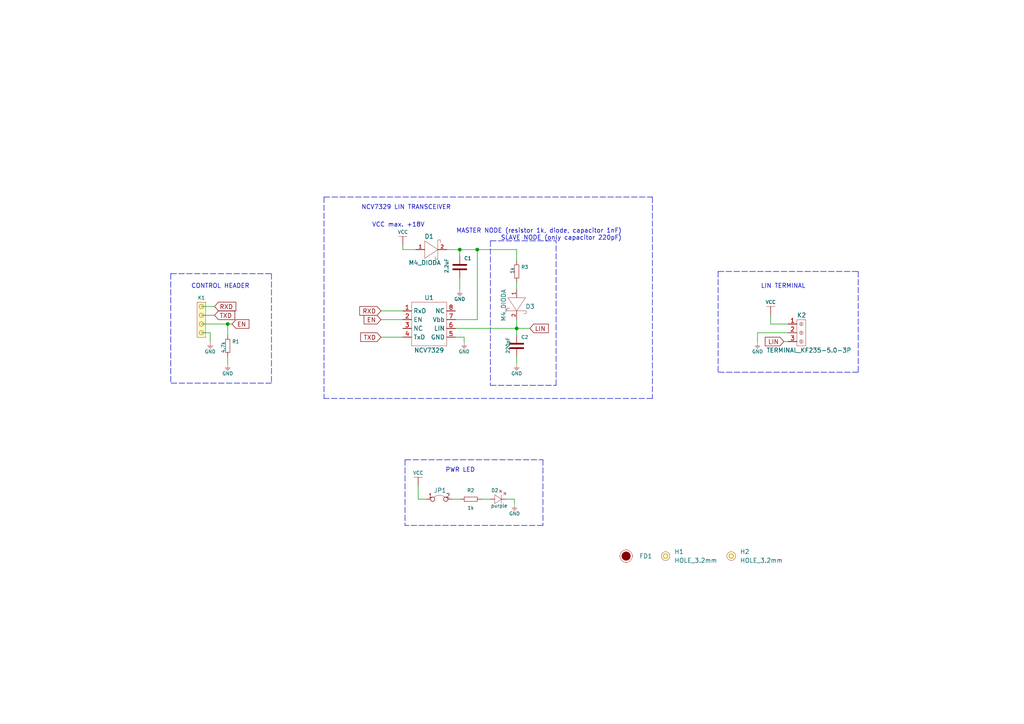
<source format=kicad_sch>
(kicad_sch (version 20210621) (generator eeschema)

  (uuid 76e213fa-eed6-4aa1-8abf-d226fe335ff2)

  (paper "A4")

  (lib_symbols
    (symbol "e-radionica.com schematics:0402LED" (pin_numbers hide) (pin_names (offset 0.254) hide) (in_bom yes) (on_board yes)
      (property "Reference" "D" (id 0) (at -0.635 2.54 0)
        (effects (font (size 1 1)))
      )
      (property "Value" "0402LED" (id 1) (at 0 -2.54 0)
        (effects (font (size 1 1)))
      )
      (property "Footprint" "e-radionica.com footprinti:0402LED" (id 2) (at 0 5.08 0)
        (effects (font (size 1 1)) hide)
      )
      (property "Datasheet" "" (id 3) (at 0 0 0)
        (effects (font (size 1 1)) hide)
      )
      (symbol "0402LED_0_1"
        (polyline
          (pts
            (xy -0.635 1.27)
            (xy 1.27 0)
          )
          (stroke (width 0.0006)) (fill (type none))
        )
        (polyline
          (pts
            (xy 0.635 1.905)
            (xy 1.27 2.54)
          )
          (stroke (width 0.0006)) (fill (type none))
        )
        (polyline
          (pts
            (xy 1.27 1.27)
            (xy 1.27 -1.27)
          )
          (stroke (width 0.0006)) (fill (type none))
        )
        (polyline
          (pts
            (xy 1.905 1.27)
            (xy 2.54 1.905)
          )
          (stroke (width 0.0006)) (fill (type none))
        )
        (polyline
          (pts
            (xy -0.635 1.27)
            (xy -0.635 -1.27)
            (xy 1.27 0)
          )
          (stroke (width 0.0006)) (fill (type none))
        )
        (polyline
          (pts
            (xy 1.27 2.54)
            (xy 0.635 2.54)
            (xy 1.27 1.905)
            (xy 1.27 2.54)
          )
          (stroke (width 0.0006)) (fill (type none))
        )
        (polyline
          (pts
            (xy 2.54 1.905)
            (xy 1.905 1.905)
            (xy 2.54 1.27)
            (xy 2.54 1.905)
          )
          (stroke (width 0.0006)) (fill (type none))
        )
      )
      (symbol "0402LED_1_1"
        (pin passive line (at -1.905 0 0) (length 1.27)
          (name "A" (effects (font (size 1.27 1.27))))
          (number "1" (effects (font (size 1.27 1.27))))
        )
        (pin passive line (at 2.54 0 180) (length 1.27)
          (name "K" (effects (font (size 1.27 1.27))))
          (number "2" (effects (font (size 1.27 1.27))))
        )
      )
    )
    (symbol "e-radionica.com schematics:0402R" (pin_numbers hide) (pin_names (offset 0.254)) (in_bom yes) (on_board yes)
      (property "Reference" "R" (id 0) (at -1.905 1.27 0)
        (effects (font (size 1 1)))
      )
      (property "Value" "0402R" (id 1) (at 0 -1.27 0)
        (effects (font (size 1 1)))
      )
      (property "Footprint" "e-radionica.com footprinti:0402R" (id 2) (at -2.54 1.905 0)
        (effects (font (size 1 1)) hide)
      )
      (property "Datasheet" "" (id 3) (at -2.54 1.905 0)
        (effects (font (size 1 1)) hide)
      )
      (symbol "0402R_0_1"
        (rectangle (start -1.905 -0.635) (end 1.905 -0.6604)
          (stroke (width 0.1)) (fill (type none))
        )
        (rectangle (start -1.905 0.635) (end -1.8796 -0.635)
          (stroke (width 0.1)) (fill (type none))
        )
        (rectangle (start -1.905 0.635) (end 1.905 0.6096)
          (stroke (width 0.1)) (fill (type none))
        )
        (rectangle (start 1.905 0.635) (end 1.9304 -0.635)
          (stroke (width 0.1)) (fill (type none))
        )
      )
      (symbol "0402R_1_1"
        (pin passive line (at -3.175 0 0) (length 1.27)
          (name "~" (effects (font (size 1.27 1.27))))
          (number "1" (effects (font (size 1.27 1.27))))
        )
        (pin passive line (at 3.175 0 180) (length 1.27)
          (name "~" (effects (font (size 1.27 1.27))))
          (number "2" (effects (font (size 1.27 1.27))))
        )
      )
    )
    (symbol "e-radionica.com schematics:0603C" (pin_numbers hide) (pin_names (offset 0.002)) (in_bom yes) (on_board yes)
      (property "Reference" "C" (id 0) (at -0.635 3.175 0)
        (effects (font (size 1 1)))
      )
      (property "Value" "0603C" (id 1) (at 0 -3.175 0)
        (effects (font (size 1 1)))
      )
      (property "Footprint" "e-radionica.com footprinti:0603C" (id 2) (at 0 0 0)
        (effects (font (size 1 1)) hide)
      )
      (property "Datasheet" "" (id 3) (at 0 0 0)
        (effects (font (size 1 1)) hide)
      )
      (symbol "0603C_0_1"
        (polyline
          (pts
            (xy -0.635 1.905)
            (xy -0.635 -1.905)
          )
          (stroke (width 0.5)) (fill (type none))
        )
        (polyline
          (pts
            (xy 0.635 1.905)
            (xy 0.635 -1.905)
          )
          (stroke (width 0.5)) (fill (type none))
        )
      )
      (symbol "0603C_1_1"
        (pin passive line (at -3.175 0 0) (length 2.54)
          (name "~" (effects (font (size 1.27 1.27))))
          (number "1" (effects (font (size 1.27 1.27))))
        )
        (pin passive line (at 3.175 0 180) (length 2.54)
          (name "~" (effects (font (size 1.27 1.27))))
          (number "2" (effects (font (size 1.27 1.27))))
        )
      )
    )
    (symbol "e-radionica.com schematics:0603R" (pin_numbers hide) (pin_names (offset 0.254)) (in_bom yes) (on_board yes)
      (property "Reference" "R" (id 0) (at -1.905 1.905 0)
        (effects (font (size 1 1)))
      )
      (property "Value" "0603R" (id 1) (at 0 -1.905 0)
        (effects (font (size 1 1)))
      )
      (property "Footprint" "e-radionica.com footprinti:0603R" (id 2) (at -0.635 1.905 0)
        (effects (font (size 1 1)) hide)
      )
      (property "Datasheet" "" (id 3) (at -0.635 1.905 0)
        (effects (font (size 1 1)) hide)
      )
      (symbol "0603R_0_1"
        (rectangle (start -1.905 -0.635) (end 1.905 -0.6604)
          (stroke (width 0.1)) (fill (type none))
        )
        (rectangle (start -1.905 0.635) (end -1.8796 -0.635)
          (stroke (width 0.1)) (fill (type none))
        )
        (rectangle (start -1.905 0.635) (end 1.905 0.6096)
          (stroke (width 0.1)) (fill (type none))
        )
        (rectangle (start 1.905 0.635) (end 1.9304 -0.635)
          (stroke (width 0.1)) (fill (type none))
        )
      )
      (symbol "0603R_1_1"
        (pin passive line (at -3.175 0 0) (length 1.27)
          (name "~" (effects (font (size 1.27 1.27))))
          (number "1" (effects (font (size 1.27 1.27))))
        )
        (pin passive line (at 3.175 0 180) (length 1.27)
          (name "~" (effects (font (size 1.27 1.27))))
          (number "2" (effects (font (size 1.27 1.27))))
        )
      )
    )
    (symbol "e-radionica.com schematics:Fiducial_Stencil" (pin_numbers hide) (pin_names hide) (in_bom yes) (on_board yes)
      (property "Reference" "FD?" (id 0) (at 0 3.048 0)
        (effects (font (size 1.27 1.27)))
      )
      (property "Value" "Fiducial_Stencil" (id 1) (at 0 -2.794 0)
        (effects (font (size 1.27 1.27)) hide)
      )
      (property "Footprint" "e-radionica.com footprinti:FIDUCIAL_1MM_PASTE" (id 2) (at 0 -6.35 0)
        (effects (font (size 1.27 1.27)) hide)
      )
      (property "Datasheet" "" (id 3) (at 0 0 0)
        (effects (font (size 1.27 1.27)) hide)
      )
      (symbol "Fiducial_Stencil_0_1"
        (circle (center 0 0) (radius 1.7961) (stroke (width 0.0006)) (fill (type none)))
        (circle (center 0 0) (radius 1.27) (stroke (width 0.001)) (fill (type outline)))
        (polyline
          (pts
            (xy -1.778 0)
            (xy -2.032 0)
          )
          (stroke (width 0.0006)) (fill (type none))
        )
        (polyline
          (pts
            (xy 0 -1.778)
            (xy 0 -2.032)
          )
          (stroke (width 0.0006)) (fill (type none))
        )
        (polyline
          (pts
            (xy 0 1.778)
            (xy 0 2.032)
          )
          (stroke (width 0.0006)) (fill (type none))
        )
        (polyline
          (pts
            (xy 1.778 0)
            (xy 2.032 0)
          )
          (stroke (width 0.0006)) (fill (type none))
        )
      )
    )
    (symbol "e-radionica.com schematics:GND_3" (power) (pin_names (offset 0)) (in_bom yes) (on_board yes)
      (property "Reference" "#PWR" (id 0) (at 4.445 0 0)
        (effects (font (size 1 1)) hide)
      )
      (property "Value" "GND" (id 1) (at 0 -2.921 0)
        (effects (font (size 1 1)))
      )
      (property "Footprint" "" (id 2) (at 4.445 3.81 0)
        (effects (font (size 1 1)) hide)
      )
      (property "Datasheet" "" (id 3) (at 4.445 3.81 0)
        (effects (font (size 1 1)) hide)
      )
      (property "ki_keywords" "power-flag" (id 4) (at 0 0 0)
        (effects (font (size 1.27 1.27)) hide)
      )
      (property "ki_description" "Power symbol creates a global label with name \"+3V3\"" (id 5) (at 0 0 0)
        (effects (font (size 1.27 1.27)) hide)
      )
      (symbol "GND_3_0_1"
        (polyline
          (pts
            (xy -0.762 -1.27)
            (xy 0.762 -1.27)
          )
          (stroke (width 0.0006)) (fill (type none))
        )
        (polyline
          (pts
            (xy -0.635 -1.524)
            (xy 0.635 -1.524)
          )
          (stroke (width 0.0006)) (fill (type none))
        )
        (polyline
          (pts
            (xy -0.381 -1.778)
            (xy 0.381 -1.778)
          )
          (stroke (width 0.0006)) (fill (type none))
        )
        (polyline
          (pts
            (xy -0.127 -2.032)
            (xy 0.127 -2.032)
          )
          (stroke (width 0.0006)) (fill (type none))
        )
        (polyline
          (pts
            (xy 0 0)
            (xy 0 -1.27)
          )
          (stroke (width 0.0006)) (fill (type none))
        )
      )
      (symbol "GND_3_1_1"
        (pin power_in line (at 0 0 270) (length 0) hide
          (name "GND" (effects (font (size 1.27 1.27))))
          (number "1" (effects (font (size 1.27 1.27))))
        )
      )
    )
    (symbol "e-radionica.com schematics:HEADER_MALE_4X1" (pin_numbers hide) (pin_names hide) (in_bom yes) (on_board yes)
      (property "Reference" "K" (id 0) (at -0.635 7.62 0)
        (effects (font (size 1 1)))
      )
      (property "Value" "HEADER_MALE_4X1" (id 1) (at 0 -5.08 0)
        (effects (font (size 1 1)))
      )
      (property "Footprint" "e-radionica.com footprinti:HEADER_MALE_4X1" (id 2) (at 0 -2.54 0)
        (effects (font (size 1 1)) hide)
      )
      (property "Datasheet" "" (id 3) (at 0 -2.54 0)
        (effects (font (size 1 1)) hide)
      )
      (symbol "HEADER_MALE_4X1_0_1"
        (circle (center 0 -2.54) (radius 0.635) (stroke (width 0.0006)) (fill (type none)))
        (circle (center 0 0) (radius 0.635) (stroke (width 0.0006)) (fill (type none)))
        (circle (center 0 2.54) (radius 0.635) (stroke (width 0.0006)) (fill (type none)))
        (circle (center 0 5.08) (radius 0.635) (stroke (width 0.0006)) (fill (type none)))
        (rectangle (start 1.27 -3.81) (end -1.27 6.35)
          (stroke (width 0.001)) (fill (type background))
        )
      )
      (symbol "HEADER_MALE_4X1_1_1"
        (pin passive line (at 0 -2.54 180) (length 0)
          (name "~" (effects (font (size 1 1))))
          (number "1" (effects (font (size 1 1))))
        )
        (pin passive line (at 0 0 180) (length 0)
          (name "~" (effects (font (size 1 1))))
          (number "2" (effects (font (size 1 1))))
        )
        (pin passive line (at 0 2.54 180) (length 0)
          (name "~" (effects (font (size 1 1))))
          (number "3" (effects (font (size 1 1))))
        )
        (pin passive line (at 0 5.08 180) (length 0)
          (name "~" (effects (font (size 1 1))))
          (number "4" (effects (font (size 1 1))))
        )
      )
    )
    (symbol "e-radionica.com schematics:HOLE_3.2mm" (pin_numbers hide) (pin_names hide) (in_bom yes) (on_board yes)
      (property "Reference" "H" (id 0) (at 0 2.54 0)
        (effects (font (size 1.27 1.27)))
      )
      (property "Value" "HOLE_3.2mm" (id 1) (at 0 -2.54 0)
        (effects (font (size 1.27 1.27)))
      )
      (property "Footprint" "e-radionica.com footprinti:HOLE_3.2mm" (id 2) (at 0 0 0)
        (effects (font (size 1.27 1.27)) hide)
      )
      (property "Datasheet" "" (id 3) (at 0 0 0)
        (effects (font (size 1.27 1.27)) hide)
      )
      (symbol "HOLE_3.2mm_0_1"
        (circle (center 0 0) (radius 0.635) (stroke (width 0.0006)) (fill (type none)))
        (circle (center 0 0) (radius 1.27) (stroke (width 0.001)) (fill (type background)))
      )
    )
    (symbol "e-radionica.com schematics:M4_DIODA" (pin_names hide) (in_bom yes) (on_board yes)
      (property "Reference" "D" (id 0) (at 0 3.81 0)
        (effects (font (size 1.27 1.27)))
      )
      (property "Value" "M4_DIODA" (id 1) (at 0 -4.572 0)
        (effects (font (size 1.27 1.27)))
      )
      (property "Footprint" "e-radionica.com footprinti:M4_DIODA" (id 2) (at 0 -6.35 0)
        (effects (font (size 1.27 1.27)) hide)
      )
      (property "Datasheet" "" (id 3) (at 0 0 0)
        (effects (font (size 1.27 1.27)) hide)
      )
      (symbol "M4_DIODA_0_1"
        (polyline
          (pts
            (xy -2.54 2.54)
            (xy -2.54 -2.54)
            (xy 1.27 0)
            (xy -2.54 2.54)
          )
          (stroke (width 0.0006)) (fill (type none))
        )
        (polyline
          (pts
            (xy 1.27 2.794)
            (xy 1.27 -2.794)
            (xy 0.508 -2.794)
            (xy 0.508 -2.032)
          )
          (stroke (width 0.0006)) (fill (type none))
        )
        (polyline
          (pts
            (xy 1.27 2.794)
            (xy 2.032 2.794)
            (xy 2.032 2.032)
            (xy 2.032 2.54)
          )
          (stroke (width 0.0006)) (fill (type none))
        )
      )
      (symbol "M4_DIODA_1_1"
        (pin passive line (at -5.08 0 0) (length 2.54)
          (name "A" (effects (font (size 1 1))))
          (number "1" (effects (font (size 1 1))))
        )
        (pin passive line (at 3.81 0 180) (length 2.54)
          (name "K" (effects (font (size 1 1))))
          (number "2" (effects (font (size 1 1))))
        )
      )
    )
    (symbol "e-radionica.com schematics:NCV7329" (in_bom yes) (on_board yes)
      (property "Reference" "U" (id 0) (at 0 7.62 0)
        (effects (font (size 1.27 1.27)))
      )
      (property "Value" "NCV7329" (id 1) (at 0 -7.62 0)
        (effects (font (size 1.27 1.27)))
      )
      (property "Footprint" "e-radionica.com footprinti:SOIC−8" (id 2) (at 0 -5.08 0)
        (effects (font (size 1.27 1.27)) hide)
      )
      (property "Datasheet" "" (id 3) (at 0 -5.08 0)
        (effects (font (size 1.27 1.27)) hide)
      )
      (symbol "NCV7329_0_1"
        (rectangle (start -5.08 6.35) (end 5.08 -6.35)
          (stroke (width 0.0006)) (fill (type none))
        )
      )
      (symbol "NCV7329_1_1"
        (pin passive line (at -7.62 3.81 0) (length 2.54)
          (name "RxD" (effects (font (size 1.27 1.27))))
          (number "1" (effects (font (size 1.27 1.27))))
        )
        (pin passive line (at -7.62 1.27 0) (length 2.54)
          (name "EN" (effects (font (size 1.27 1.27))))
          (number "2" (effects (font (size 1.27 1.27))))
        )
        (pin passive line (at -7.62 -1.27 0) (length 2.54)
          (name "NC" (effects (font (size 1.27 1.27))))
          (number "3" (effects (font (size 1.27 1.27))))
        )
        (pin passive line (at -7.62 -3.81 0) (length 2.54)
          (name "TxD" (effects (font (size 1.27 1.27))))
          (number "4" (effects (font (size 1.27 1.27))))
        )
        (pin passive line (at 7.62 -3.81 180) (length 2.54)
          (name "GND" (effects (font (size 1.27 1.27))))
          (number "5" (effects (font (size 1.27 1.27))))
        )
        (pin passive line (at 7.62 -1.27 180) (length 2.54)
          (name "LIN" (effects (font (size 1.27 1.27))))
          (number "6" (effects (font (size 1.27 1.27))))
        )
        (pin passive line (at 7.62 1.27 180) (length 2.54)
          (name "Vbb" (effects (font (size 1.27 1.27))))
          (number "7" (effects (font (size 1.27 1.27))))
        )
        (pin passive line (at 7.62 3.81 180) (length 2.54)
          (name "NC" (effects (font (size 1.27 1.27))))
          (number "8" (effects (font (size 1.27 1.27))))
        )
      )
    )
    (symbol "e-radionica.com schematics:SMD-JUMPER-CONNECTED_TRACE_NOSLODERMASK" (in_bom yes) (on_board yes)
      (property "Reference" "JP" (id 0) (at 0 3.556 0)
        (effects (font (size 1.27 1.27)))
      )
      (property "Value" "SMD-JUMPER-CONNECTED_TRACE_NOSLODERMASK" (id 1) (at 0 -2.54 0)
        (effects (font (size 1.27 1.27)))
      )
      (property "Footprint" "e-radionica.com footprinti:SMD-JUMPER-CONNECTED_TRACE_NOSLODERMASK" (id 2) (at 0 0 0)
        (effects (font (size 1.27 1.27)) hide)
      )
      (property "Datasheet" "" (id 3) (at 0 0 0)
        (effects (font (size 1.27 1.27)) hide)
      )
      (symbol "SMD-JUMPER-CONNECTED_TRACE_NOSLODERMASK_0_1"
        (arc (start -1.8034 0.5588) (end 1.397 0.5842) (radius (at -0.1875 -1.4124) (length 2.5489) (angles 129.3 51.6))
          (stroke (width 0.0006)) (fill (type none))
        )
      )
      (symbol "SMD-JUMPER-CONNECTED_TRACE_NOSLODERMASK_1_1"
        (pin passive inverted (at -4.064 0 0) (length 2.54)
          (name "" (effects (font (size 1.27 1.27))))
          (number "1" (effects (font (size 1.27 1.27))))
        )
        (pin passive inverted (at 3.556 0 180) (length 2.54)
          (name "" (effects (font (size 1.27 1.27))))
          (number "2" (effects (font (size 1.27 1.27))))
        )
      )
    )
    (symbol "e-radionica.com schematics:TERMINAL_KF235-5.0-3P" (in_bom yes) (on_board yes)
      (property "Reference" "K" (id 0) (at 0 5.08 0)
        (effects (font (size 1.27 1.27)))
      )
      (property "Value" "TERMINAL_KF235-5.0-3P" (id 1) (at 0 -5.08 0)
        (effects (font (size 1.27 1.27)))
      )
      (property "Footprint" "e-radionica.com footprinti:TERMINAL_KF235-5.0-3P" (id 2) (at 0 -7.62 0)
        (effects (font (size 1.27 1.27)) hide)
      )
      (property "Datasheet" "" (id 3) (at 0 0 0)
        (effects (font (size 1.27 1.27)) hide)
      )
      (symbol "TERMINAL_KF235-5.0-3P_0_1"
        (circle (center 0 -2.54) (radius 0.508) (stroke (width 0.0006)) (fill (type none)))
        (circle (center 0 0) (radius 0.508) (stroke (width 0.0006)) (fill (type none)))
        (circle (center 0 2.54) (radius 0.508) (stroke (width 0.0006)) (fill (type none)))
        (rectangle (start -1.27 3.81) (end 1.27 -3.81)
          (stroke (width 0.0006)) (fill (type none))
        )
        (polyline
          (pts
            (xy -0.254 -2.54)
            (xy 0.254 -2.54)
          )
          (stroke (width 0.0006)) (fill (type none))
        )
        (polyline
          (pts
            (xy -0.254 0)
            (xy 0.254 0)
          )
          (stroke (width 0.0006)) (fill (type none))
        )
        (polyline
          (pts
            (xy -0.254 2.54)
            (xy 0.254 2.54)
          )
          (stroke (width 0.0006)) (fill (type none))
        )
        (polyline
          (pts
            (xy 0 -2.032)
            (xy 0 -3.048)
          )
          (stroke (width 0.0006)) (fill (type none))
        )
        (polyline
          (pts
            (xy 0 0.508)
            (xy 0 -0.508)
          )
          (stroke (width 0.0006)) (fill (type none))
        )
        (polyline
          (pts
            (xy 0 3.048)
            (xy 0 2.032)
          )
          (stroke (width 0.0006)) (fill (type none))
        )
      )
      (symbol "TERMINAL_KF235-5.0-3P_1_1"
        (pin input line (at -3.81 2.54 0) (length 2.54)
          (name "~" (effects (font (size 1.27 1.27))))
          (number "1" (effects (font (size 1.27 1.27))))
        )
        (pin input line (at -3.81 0 0) (length 2.54)
          (name "~" (effects (font (size 1.27 1.27))))
          (number "2" (effects (font (size 1.27 1.27))))
        )
        (pin input line (at -3.81 -2.54 0) (length 2.54)
          (name "~" (effects (font (size 1.27 1.27))))
          (number "3" (effects (font (size 1.27 1.27))))
        )
      )
    )
    (symbol "e-radionica.com schematics:VCC" (power) (pin_names (offset 0)) (in_bom yes) (on_board yes)
      (property "Reference" "#PWR" (id 0) (at 4.445 0 0)
        (effects (font (size 1 1)) hide)
      )
      (property "Value" "VCC" (id 1) (at 0 3.556 0)
        (effects (font (size 1 1)))
      )
      (property "Footprint" "" (id 2) (at 4.445 3.81 0)
        (effects (font (size 1 1)) hide)
      )
      (property "Datasheet" "" (id 3) (at 4.445 3.81 0)
        (effects (font (size 1 1)) hide)
      )
      (property "ki_keywords" "power-flag" (id 4) (at 0 0 0)
        (effects (font (size 1.27 1.27)) hide)
      )
      (property "ki_description" "Power symbol creates a global label with name \"+3V3\"" (id 5) (at 0 0 0)
        (effects (font (size 1.27 1.27)) hide)
      )
      (symbol "VCC_0_1"
        (polyline
          (pts
            (xy -1.27 2.54)
            (xy 1.27 2.54)
          )
          (stroke (width 0.0006)) (fill (type none))
        )
        (polyline
          (pts
            (xy 0 0)
            (xy 0 2.54)
          )
          (stroke (width 0)) (fill (type none))
        )
      )
      (symbol "VCC_1_1"
        (pin power_in line (at 0 0 90) (length 0) hide
          (name "VCC" (effects (font (size 1.27 1.27))))
          (number "1" (effects (font (size 1.27 1.27))))
        )
      )
    )
  )

  (junction (at 66.04 93.98) (diameter 0.9144) (color 0 0 0 0))
  (junction (at 133.35 72.39) (diameter 0.9144) (color 0 0 0 0))
  (junction (at 138.43 72.39) (diameter 0.9144) (color 0 0 0 0))
  (junction (at 149.86 95.25) (diameter 0.9144) (color 0 0 0 0))

  (wire (pts (xy 58.42 88.9) (xy 62.23 88.9))
    (stroke (width 0) (type solid) (color 0 0 0 0))
    (uuid 6a775b72-965d-4302-8b11-35e9ad6c9ad0)
  )
  (wire (pts (xy 58.42 91.44) (xy 62.23 91.44))
    (stroke (width 0) (type solid) (color 0 0 0 0))
    (uuid 69bb6de3-dcd8-4af3-8aa6-fa27cefa55ca)
  )
  (wire (pts (xy 58.42 93.98) (xy 66.04 93.98))
    (stroke (width 0) (type solid) (color 0 0 0 0))
    (uuid ccfd4ed6-36ee-4304-acc8-2a7750d276b1)
  )
  (wire (pts (xy 58.42 96.52) (xy 60.96 96.52))
    (stroke (width 0) (type solid) (color 0 0 0 0))
    (uuid b60c5acf-7839-4d8d-9c1b-d219e58044ee)
  )
  (wire (pts (xy 60.96 96.52) (xy 60.96 99.06))
    (stroke (width 0) (type solid) (color 0 0 0 0))
    (uuid b60c5acf-7839-4d8d-9c1b-d219e58044ee)
  )
  (wire (pts (xy 66.04 93.98) (xy 66.04 97.155))
    (stroke (width 0) (type solid) (color 0 0 0 0))
    (uuid 06fb5969-6c78-40ee-a0c8-761f30697971)
  )
  (wire (pts (xy 66.04 93.98) (xy 67.31 93.98))
    (stroke (width 0) (type solid) (color 0 0 0 0))
    (uuid ccfd4ed6-36ee-4304-acc8-2a7750d276b1)
  )
  (wire (pts (xy 66.04 103.505) (xy 66.04 105.41))
    (stroke (width 0) (type solid) (color 0 0 0 0))
    (uuid 2d086919-3634-4eca-9ac1-5234112016ae)
  )
  (wire (pts (xy 110.49 90.17) (xy 116.84 90.17))
    (stroke (width 0) (type solid) (color 0 0 0 0))
    (uuid 7f30784b-1f64-413d-8463-cf7b3c93f3e2)
  )
  (wire (pts (xy 110.49 92.71) (xy 116.84 92.71))
    (stroke (width 0) (type solid) (color 0 0 0 0))
    (uuid fd89b58e-86f5-4877-bc52-23a3a627b853)
  )
  (wire (pts (xy 110.49 97.79) (xy 116.84 97.79))
    (stroke (width 0) (type solid) (color 0 0 0 0))
    (uuid dff8eb2c-6aca-41f4-9ca3-481bff70ac5a)
  )
  (wire (pts (xy 116.84 72.39) (xy 116.84 71.12))
    (stroke (width 0) (type solid) (color 0 0 0 0))
    (uuid 8a4730f9-71ca-41ec-917d-8ec3eaba4564)
  )
  (wire (pts (xy 120.65 72.39) (xy 116.84 72.39))
    (stroke (width 0) (type solid) (color 0 0 0 0))
    (uuid 8a4730f9-71ca-41ec-917d-8ec3eaba4564)
  )
  (wire (pts (xy 121.285 140.97) (xy 121.285 144.78))
    (stroke (width 0) (type solid) (color 0 0 0 0))
    (uuid d135574b-3dd4-46b7-948d-8609eae83474)
  )
  (wire (pts (xy 123.571 144.78) (xy 121.285 144.78))
    (stroke (width 0) (type solid) (color 0 0 0 0))
    (uuid 50b05092-e69d-4444-85d6-64e5700df657)
  )
  (wire (pts (xy 131.191 144.78) (xy 133.35 144.78))
    (stroke (width 0) (type solid) (color 0 0 0 0))
    (uuid ae10e11d-3a72-4245-a4fc-13f370b3db38)
  )
  (wire (pts (xy 132.08 95.25) (xy 149.86 95.25))
    (stroke (width 0) (type solid) (color 0 0 0 0))
    (uuid 9e8b2346-c468-47e2-b53f-1e3e64503f68)
  )
  (wire (pts (xy 132.08 97.79) (xy 134.62 97.79))
    (stroke (width 0) (type solid) (color 0 0 0 0))
    (uuid 616833f0-50f4-4153-8dca-2f88b1181e2a)
  )
  (wire (pts (xy 133.35 72.39) (xy 129.54 72.39))
    (stroke (width 0) (type solid) (color 0 0 0 0))
    (uuid e25dde7a-de32-4f2a-bd42-b6952ccd1e27)
  )
  (wire (pts (xy 133.35 72.39) (xy 133.35 74.295))
    (stroke (width 0) (type solid) (color 0 0 0 0))
    (uuid 2d7ae0bd-0007-4297-8e05-32320efa073c)
  )
  (wire (pts (xy 133.35 80.645) (xy 133.35 83.82))
    (stroke (width 0) (type solid) (color 0 0 0 0))
    (uuid 304d1f9f-0ae6-4c09-a682-f1f13aaf4502)
  )
  (wire (pts (xy 134.62 97.79) (xy 134.62 99.06))
    (stroke (width 0) (type solid) (color 0 0 0 0))
    (uuid 616833f0-50f4-4153-8dca-2f88b1181e2a)
  )
  (wire (pts (xy 138.43 72.39) (xy 133.35 72.39))
    (stroke (width 0) (type solid) (color 0 0 0 0))
    (uuid e25dde7a-de32-4f2a-bd42-b6952ccd1e27)
  )
  (wire (pts (xy 138.43 72.39) (xy 138.43 92.71))
    (stroke (width 0) (type solid) (color 0 0 0 0))
    (uuid a44b84ea-f754-4a2e-894b-26be37b13950)
  )
  (wire (pts (xy 138.43 92.71) (xy 132.08 92.71))
    (stroke (width 0) (type solid) (color 0 0 0 0))
    (uuid a44b84ea-f754-4a2e-894b-26be37b13950)
  )
  (wire (pts (xy 139.7 144.78) (xy 142.24 144.78))
    (stroke (width 0) (type solid) (color 0 0 0 0))
    (uuid 3014cdde-82b5-4ef5-897d-cacb87f41049)
  )
  (wire (pts (xy 149.225 144.78) (xy 146.685 144.78))
    (stroke (width 0) (type solid) (color 0 0 0 0))
    (uuid 2061ba58-9d90-4ba6-997c-3e8ae190b022)
  )
  (wire (pts (xy 149.225 144.78) (xy 149.225 146.05))
    (stroke (width 0) (type solid) (color 0 0 0 0))
    (uuid 901a42df-7872-4d66-8df2-445fdaed839f)
  )
  (wire (pts (xy 149.86 72.39) (xy 138.43 72.39))
    (stroke (width 0) (type solid) (color 0 0 0 0))
    (uuid f2ebad95-3300-4965-948a-d403fd075032)
  )
  (wire (pts (xy 149.86 75.565) (xy 149.86 72.39))
    (stroke (width 0) (type solid) (color 0 0 0 0))
    (uuid f2ebad95-3300-4965-948a-d403fd075032)
  )
  (wire (pts (xy 149.86 81.915) (xy 149.86 83.82))
    (stroke (width 0) (type solid) (color 0 0 0 0))
    (uuid 47daae16-1a84-482c-9aff-6d9858b12418)
  )
  (wire (pts (xy 149.86 95.25) (xy 149.86 92.71))
    (stroke (width 0) (type solid) (color 0 0 0 0))
    (uuid 9e8b2346-c468-47e2-b53f-1e3e64503f68)
  )
  (wire (pts (xy 149.86 95.25) (xy 149.86 97.155))
    (stroke (width 0) (type solid) (color 0 0 0 0))
    (uuid f922bedf-ae3f-4c72-902f-1d2a8f06bc81)
  )
  (wire (pts (xy 149.86 95.25) (xy 153.67 95.25))
    (stroke (width 0) (type solid) (color 0 0 0 0))
    (uuid e3420765-e308-4b5e-a541-145178eb12fb)
  )
  (wire (pts (xy 149.86 103.505) (xy 149.86 105.41))
    (stroke (width 0) (type solid) (color 0 0 0 0))
    (uuid f0306d0c-ddb4-4546-8bd7-5e50baa9018c)
  )
  (wire (pts (xy 219.71 96.52) (xy 219.71 99.06))
    (stroke (width 0) (type solid) (color 0 0 0 0))
    (uuid 6abdc944-974a-491e-9ca7-a631e073f063)
  )
  (wire (pts (xy 219.71 96.52) (xy 228.6 96.52))
    (stroke (width 0) (type solid) (color 0 0 0 0))
    (uuid 6abdc944-974a-491e-9ca7-a631e073f063)
  )
  (wire (pts (xy 223.52 93.98) (xy 223.52 91.44))
    (stroke (width 0) (type solid) (color 0 0 0 0))
    (uuid bc6f2ef0-4821-448b-aef4-9dbd6bd154ff)
  )
  (wire (pts (xy 227.33 99.06) (xy 228.6 99.06))
    (stroke (width 0) (type solid) (color 0 0 0 0))
    (uuid fd4ecd03-990b-489d-a454-035bb3c20123)
  )
  (wire (pts (xy 228.6 93.98) (xy 223.52 93.98))
    (stroke (width 0) (type solid) (color 0 0 0 0))
    (uuid bc6f2ef0-4821-448b-aef4-9dbd6bd154ff)
  )
  (polyline (pts (xy 49.53 79.375) (xy 49.53 111.125))
    (stroke (width 0) (type dash) (color 0 0 0 0))
    (uuid 23440022-fa92-46ea-bf31-71f02f41c12a)
  )
  (polyline (pts (xy 49.53 79.375) (xy 78.74 79.375))
    (stroke (width 0) (type dash) (color 0 0 0 0))
    (uuid 23440022-fa92-46ea-bf31-71f02f41c12a)
  )
  (polyline (pts (xy 78.74 79.375) (xy 78.74 111.125))
    (stroke (width 0) (type dash) (color 0 0 0 0))
    (uuid 23440022-fa92-46ea-bf31-71f02f41c12a)
  )
  (polyline (pts (xy 78.74 111.125) (xy 49.53 111.125))
    (stroke (width 0) (type dash) (color 0 0 0 0))
    (uuid 23440022-fa92-46ea-bf31-71f02f41c12a)
  )
  (polyline (pts (xy 93.98 57.15) (xy 93.98 115.57))
    (stroke (width 0) (type dash) (color 0 0 0 0))
    (uuid 69d27d24-ae59-4de5-9fdc-3517e56e3790)
  )
  (polyline (pts (xy 93.98 57.15) (xy 189.23 57.15))
    (stroke (width 0) (type dash) (color 0 0 0 0))
    (uuid 69d27d24-ae59-4de5-9fdc-3517e56e3790)
  )
  (polyline (pts (xy 117.475 133.35) (xy 117.475 152.4))
    (stroke (width 0) (type dash) (color 0 0 0 0))
    (uuid 3f66f442-15ec-4aa8-a5cc-ac7bdab6eb36)
  )
  (polyline (pts (xy 117.475 133.35) (xy 157.48 133.35))
    (stroke (width 0) (type dash) (color 0 0 0 0))
    (uuid 6b84f910-ee66-4561-9dba-15e8b58fc4ff)
  )
  (polyline (pts (xy 142.24 69.85) (xy 142.24 111.76))
    (stroke (width 0) (type dash) (color 0 0 0 0))
    (uuid af77440c-2803-47eb-a6bc-73b434ebc654)
  )
  (polyline (pts (xy 142.24 69.85) (xy 161.29 69.85))
    (stroke (width 0) (type dash) (color 0 0 0 0))
    (uuid af77440c-2803-47eb-a6bc-73b434ebc654)
  )
  (polyline (pts (xy 142.24 111.76) (xy 161.29 111.76))
    (stroke (width 0) (type dash) (color 0 0 0 0))
    (uuid af77440c-2803-47eb-a6bc-73b434ebc654)
  )
  (polyline (pts (xy 157.48 133.35) (xy 157.48 152.4))
    (stroke (width 0) (type dash) (color 0 0 0 0))
    (uuid 5bbaa458-5b9f-433b-a81f-a32d41d12b60)
  )
  (polyline (pts (xy 157.48 152.4) (xy 117.475 152.4))
    (stroke (width 0) (type dash) (color 0 0 0 0))
    (uuid 3d2de0fd-bc6c-4027-810f-517044b13d39)
  )
  (polyline (pts (xy 161.29 111.76) (xy 161.29 69.85))
    (stroke (width 0) (type dash) (color 0 0 0 0))
    (uuid af77440c-2803-47eb-a6bc-73b434ebc654)
  )
  (polyline (pts (xy 189.23 57.15) (xy 189.23 115.57))
    (stroke (width 0) (type dash) (color 0 0 0 0))
    (uuid 69d27d24-ae59-4de5-9fdc-3517e56e3790)
  )
  (polyline (pts (xy 189.23 115.57) (xy 93.98 115.57))
    (stroke (width 0) (type dash) (color 0 0 0 0))
    (uuid 69d27d24-ae59-4de5-9fdc-3517e56e3790)
  )
  (polyline (pts (xy 208.28 78.74) (xy 208.28 107.95))
    (stroke (width 0) (type dash) (color 0 0 0 0))
    (uuid b3f09ed6-783a-493e-b01d-a74f28b90146)
  )
  (polyline (pts (xy 208.28 78.74) (xy 248.92 78.74))
    (stroke (width 0) (type dash) (color 0 0 0 0))
    (uuid b3f09ed6-783a-493e-b01d-a74f28b90146)
  )
  (polyline (pts (xy 248.92 78.74) (xy 248.92 107.95))
    (stroke (width 0) (type dash) (color 0 0 0 0))
    (uuid b3f09ed6-783a-493e-b01d-a74f28b90146)
  )
  (polyline (pts (xy 248.92 107.95) (xy 208.28 107.95))
    (stroke (width 0) (type dash) (color 0 0 0 0))
    (uuid b3f09ed6-783a-493e-b01d-a74f28b90146)
  )

  (text "CONTROL HEADER" (at 72.39 83.82 180)
    (effects (font (size 1.27 1.27)) (justify right bottom))
    (uuid 826d15e0-e17b-48a9-814e-b02d090ec859)
  )
  (text "VCC max. +18V" (at 123.19 66.04 180)
    (effects (font (size 1.27 1.27)) (justify right bottom))
    (uuid 659987ce-f0b2-445b-a569-b239c9dcdecb)
  )
  (text "NCV7329 LIN TRANSCEIVER" (at 130.81 60.96 180)
    (effects (font (size 1.27 1.27)) (justify right bottom))
    (uuid 641b1366-44f5-41a7-940b-a613b4d72aee)
  )
  (text "PWR LED" (at 137.795 137.16 180)
    (effects (font (size 1.27 1.27)) (justify right bottom))
    (uuid f79fb5d1-9e8a-4340-ae96-72a913a9af8d)
  )
  (text "MASTER NODE (resistor 1k, diode, capacitor 1nF)\nSLAVE NODE (only capacitor 220pF)"
    (at 180.34 69.85 0)
    (effects (font (size 1.27 1.27)) (justify right bottom))
    (uuid e27628d6-433c-4ff3-bc50-dae1132a9fc7)
  )
  (text "LIN TERMINAL" (at 233.68 83.82 180)
    (effects (font (size 1.27 1.27)) (justify right bottom))
    (uuid 7c2dd623-898d-4cf8-996c-bb410abb8114)
  )

  (global_label "RXD" (shape input) (at 62.23 88.9 0)
    (effects (font (size 1.27 1.27)) (justify left))
    (uuid 0788322f-d128-42f0-a3a8-a2d03de63b5e)
    (property "Intersheet References" "${INTERSHEET_REFS}" (id 0) (at 69.9166 88.9794 0)
      (effects (font (size 1.27 1.27)) (justify left) hide)
    )
  )
  (global_label "TXD" (shape input) (at 62.23 91.44 0)
    (effects (font (size 1.27 1.27)) (justify left))
    (uuid 7590607b-0d09-4a56-9815-ad881e9da350)
    (property "Intersheet References" "${INTERSHEET_REFS}" (id 0) (at 69.6142 91.5194 0)
      (effects (font (size 1.27 1.27)) (justify left) hide)
    )
  )
  (global_label "EN" (shape input) (at 67.31 93.98 0)
    (effects (font (size 1.27 1.27)) (justify left))
    (uuid d489b69a-8532-44ac-8656-2bd12526eea6)
    (property "Intersheet References" "${INTERSHEET_REFS}" (id 0) (at 73.7266 94.0594 0)
      (effects (font (size 1.27 1.27)) (justify left) hide)
    )
  )
  (global_label "RXD" (shape input) (at 110.49 90.17 180)
    (effects (font (size 1.27 1.27)) (justify right))
    (uuid 38c7f747-e4ea-4b6d-8e73-ccfd40cd04ca)
    (property "Intersheet References" "${INTERSHEET_REFS}" (id 0) (at 102.8034 90.0906 0)
      (effects (font (size 1.27 1.27)) (justify right) hide)
    )
  )
  (global_label "EN" (shape input) (at 110.49 92.71 180)
    (effects (font (size 1.27 1.27)) (justify right))
    (uuid 03143f5d-9ebc-4eab-a227-4246ce962b02)
    (property "Intersheet References" "${INTERSHEET_REFS}" (id 0) (at 104.0734 92.6306 0)
      (effects (font (size 1.27 1.27)) (justify right) hide)
    )
  )
  (global_label "TXD" (shape input) (at 110.49 97.79 180)
    (effects (font (size 1.27 1.27)) (justify right))
    (uuid 583ab378-94ee-4ca1-a866-c9fd90f25ef3)
    (property "Intersheet References" "${INTERSHEET_REFS}" (id 0) (at 103.1058 97.7106 0)
      (effects (font (size 1.27 1.27)) (justify right) hide)
    )
  )
  (global_label "LIN" (shape input) (at 153.67 95.25 0)
    (effects (font (size 1.27 1.27)) (justify left))
    (uuid 111a1130-0080-433b-a372-04b1af39a08d)
    (property "Intersheet References" "${INTERSHEET_REFS}" (id 0) (at 160.5704 95.1706 0)
      (effects (font (size 1.27 1.27)) (justify left) hide)
    )
  )
  (global_label "LIN" (shape input) (at 227.33 99.06 180)
    (effects (font (size 1.27 1.27)) (justify right))
    (uuid b9f412cf-8be1-4e68-864f-bae895fad6f0)
    (property "Intersheet References" "${INTERSHEET_REFS}" (id 0) (at 220.4296 98.9806 0)
      (effects (font (size 1.27 1.27)) (justify right) hide)
    )
  )

  (symbol (lib_name "e-radionica.com schematics:GND_3") (lib_id "e-radionica.com schematics:GND") (at 60.96 99.06 0) (unit 1)
    (in_bom yes) (on_board yes)
    (uuid db9823e5-bb17-4aac-846a-294e35370486)
    (property "Reference" "#PWR0104" (id 0) (at 65.405 99.06 0)
      (effects (font (size 1 1)) hide)
    )
    (property "Value" "GND" (id 1) (at 60.96 101.981 0)
      (effects (font (size 1 1)))
    )
    (property "Footprint" "" (id 2) (at 65.405 95.25 0)
      (effects (font (size 1 1)) hide)
    )
    (property "Datasheet" "" (id 3) (at 65.405 95.25 0)
      (effects (font (size 1 1)) hide)
    )
    (pin "1" (uuid 4b59535a-117c-4257-87e9-79c1907c9ad0))
  )

  (symbol (lib_name "e-radionica.com schematics:GND_3") (lib_id "e-radionica.com schematics:GND") (at 66.04 105.41 0) (unit 1)
    (in_bom yes) (on_board yes)
    (uuid 9657a840-402b-4c60-9fcd-7d536b493f71)
    (property "Reference" "#PWR0105" (id 0) (at 70.485 105.41 0)
      (effects (font (size 1 1)) hide)
    )
    (property "Value" "GND" (id 1) (at 66.04 108.331 0)
      (effects (font (size 1 1)))
    )
    (property "Footprint" "" (id 2) (at 70.485 101.6 0)
      (effects (font (size 1 1)) hide)
    )
    (property "Datasheet" "" (id 3) (at 70.485 101.6 0)
      (effects (font (size 1 1)) hide)
    )
    (pin "1" (uuid 4b59535a-117c-4257-87e9-79c1907c9ad0))
  )

  (symbol (lib_name "e-radionica.com schematics:GND_3") (lib_id "e-radionica.com schematics:GND") (at 133.35 83.82 0) (unit 1)
    (in_bom yes) (on_board yes)
    (uuid 6b5bafeb-07b3-4e0c-997c-f260f3e92ea7)
    (property "Reference" "#PWR0107" (id 0) (at 137.795 83.82 0)
      (effects (font (size 1 1)) hide)
    )
    (property "Value" "GND" (id 1) (at 133.35 86.741 0)
      (effects (font (size 1 1)))
    )
    (property "Footprint" "" (id 2) (at 137.795 80.01 0)
      (effects (font (size 1 1)) hide)
    )
    (property "Datasheet" "" (id 3) (at 137.795 80.01 0)
      (effects (font (size 1 1)) hide)
    )
    (pin "1" (uuid 4b59535a-117c-4257-87e9-79c1907c9ad0))
  )

  (symbol (lib_name "e-radionica.com schematics:GND_3") (lib_id "e-radionica.com schematics:GND") (at 134.62 99.06 0) (unit 1)
    (in_bom yes) (on_board yes)
    (uuid 5dd1b7e4-7398-4410-8acd-303a749e4872)
    (property "Reference" "#PWR0108" (id 0) (at 139.065 99.06 0)
      (effects (font (size 1 1)) hide)
    )
    (property "Value" "GND" (id 1) (at 134.62 101.981 0)
      (effects (font (size 1 1)))
    )
    (property "Footprint" "" (id 2) (at 139.065 95.25 0)
      (effects (font (size 1 1)) hide)
    )
    (property "Datasheet" "" (id 3) (at 139.065 95.25 0)
      (effects (font (size 1 1)) hide)
    )
    (pin "1" (uuid 4b59535a-117c-4257-87e9-79c1907c9ad0))
  )

  (symbol (lib_name "e-radionica.com schematics:GND_3") (lib_id "e-radionica.com schematics:GND") (at 149.225 146.05 0) (unit 1)
    (in_bom yes) (on_board yes)
    (uuid 750098a1-1972-4133-bc10-46e915a753fc)
    (property "Reference" "#PWR0109" (id 0) (at 153.67 146.05 0)
      (effects (font (size 1 1)) hide)
    )
    (property "Value" "GND" (id 1) (at 149.225 148.971 0)
      (effects (font (size 1 1)))
    )
    (property "Footprint" "" (id 2) (at 153.67 142.24 0)
      (effects (font (size 1 1)) hide)
    )
    (property "Datasheet" "" (id 3) (at 153.67 142.24 0)
      (effects (font (size 1 1)) hide)
    )
    (pin "1" (uuid 4b59535a-117c-4257-87e9-79c1907c9ad0))
  )

  (symbol (lib_name "e-radionica.com schematics:GND_3") (lib_id "e-radionica.com schematics:GND") (at 149.86 105.41 0) (unit 1)
    (in_bom yes) (on_board yes)
    (uuid 608186cb-283f-4197-93f0-c2335d2a9898)
    (property "Reference" "#PWR0103" (id 0) (at 154.305 105.41 0)
      (effects (font (size 1 1)) hide)
    )
    (property "Value" "GND" (id 1) (at 149.86 108.331 0)
      (effects (font (size 1 1)))
    )
    (property "Footprint" "" (id 2) (at 154.305 101.6 0)
      (effects (font (size 1 1)) hide)
    )
    (property "Datasheet" "" (id 3) (at 154.305 101.6 0)
      (effects (font (size 1 1)) hide)
    )
    (pin "1" (uuid 4b59535a-117c-4257-87e9-79c1907c9ad0))
  )

  (symbol (lib_name "e-radionica.com schematics:GND_3") (lib_id "e-radionica.com schematics:GND") (at 219.71 99.06 0) (unit 1)
    (in_bom yes) (on_board yes)
    (uuid cc2d573d-251e-4c2c-a821-d02a1926031c)
    (property "Reference" "#PWR0102" (id 0) (at 224.155 99.06 0)
      (effects (font (size 1 1)) hide)
    )
    (property "Value" "GND" (id 1) (at 219.71 101.981 0)
      (effects (font (size 1 1)))
    )
    (property "Footprint" "" (id 2) (at 224.155 95.25 0)
      (effects (font (size 1 1)) hide)
    )
    (property "Datasheet" "" (id 3) (at 224.155 95.25 0)
      (effects (font (size 1 1)) hide)
    )
    (pin "1" (uuid 4b59535a-117c-4257-87e9-79c1907c9ad0))
  )

  (symbol (lib_id "e-radionica.com schematics:HOLE_3.2mm") (at 193.04 161.29 0) (unit 1)
    (in_bom yes) (on_board yes)
    (uuid 6b0e629b-3763-49d3-b19c-504bf7e030f2)
    (property "Reference" "H1" (id 0) (at 195.58 160.02 0)
      (effects (font (size 1.27 1.27)) (justify left))
    )
    (property "Value" "HOLE_3.2mm" (id 1) (at 195.58 162.56 0)
      (effects (font (size 1.27 1.27)) (justify left))
    )
    (property "Footprint" "e-radionica.com footprinti:HOLE_3.2mm" (id 2) (at 193.04 161.29 0)
      (effects (font (size 1.27 1.27)) hide)
    )
    (property "Datasheet" "" (id 3) (at 193.04 161.29 0)
      (effects (font (size 1.27 1.27)) hide)
    )
  )

  (symbol (lib_id "e-radionica.com schematics:HOLE_3.2mm") (at 212.09 161.29 0) (unit 1)
    (in_bom yes) (on_board yes)
    (uuid b0b9993e-1a20-46cb-951c-74d707ed31fc)
    (property "Reference" "H2" (id 0) (at 214.63 160.02 0)
      (effects (font (size 1.27 1.27)) (justify left))
    )
    (property "Value" "HOLE_3.2mm" (id 1) (at 214.63 162.56 0)
      (effects (font (size 1.27 1.27)) (justify left))
    )
    (property "Footprint" "e-radionica.com footprinti:HOLE_3.2mm" (id 2) (at 212.09 161.29 0)
      (effects (font (size 1.27 1.27)) hide)
    )
    (property "Datasheet" "" (id 3) (at 212.09 161.29 0)
      (effects (font (size 1.27 1.27)) hide)
    )
  )

  (symbol (lib_id "e-radionica.com schematics:VCC") (at 116.84 71.12 0) (unit 1)
    (in_bom yes) (on_board yes)
    (uuid 77be951e-5b00-44e8-b86c-c7e2ab26c0e2)
    (property "Reference" "#PWR0106" (id 0) (at 121.285 71.12 0)
      (effects (font (size 1 1)) hide)
    )
    (property "Value" "VCC" (id 1) (at 116.84 67.31 0)
      (effects (font (size 1 1)))
    )
    (property "Footprint" "" (id 2) (at 121.285 67.31 0)
      (effects (font (size 1 1)) hide)
    )
    (property "Datasheet" "" (id 3) (at 121.285 67.31 0)
      (effects (font (size 1 1)) hide)
    )
    (pin "1" (uuid c7289c01-b1fd-41a7-96db-ef4bd32aaa2c))
  )

  (symbol (lib_id "e-radionica.com schematics:VCC") (at 121.285 140.97 0) (unit 1)
    (in_bom yes) (on_board yes)
    (uuid 3e8b56e4-7ebb-4eff-ba5c-109d52f016fe)
    (property "Reference" "#PWR0110" (id 0) (at 125.73 140.97 0)
      (effects (font (size 1 1)) hide)
    )
    (property "Value" "VCC" (id 1) (at 121.285 137.16 0)
      (effects (font (size 1 1)))
    )
    (property "Footprint" "" (id 2) (at 125.73 137.16 0)
      (effects (font (size 1 1)) hide)
    )
    (property "Datasheet" "" (id 3) (at 125.73 137.16 0)
      (effects (font (size 1 1)) hide)
    )
    (pin "1" (uuid c7289c01-b1fd-41a7-96db-ef4bd32aaa2c))
  )

  (symbol (lib_id "e-radionica.com schematics:VCC") (at 223.52 91.44 0) (unit 1)
    (in_bom yes) (on_board yes)
    (uuid 9bc9b28c-c7fc-4ea1-92af-602a13643070)
    (property "Reference" "#PWR0101" (id 0) (at 227.965 91.44 0)
      (effects (font (size 1 1)) hide)
    )
    (property "Value" "VCC" (id 1) (at 223.52 87.63 0)
      (effects (font (size 1 1)))
    )
    (property "Footprint" "" (id 2) (at 227.965 87.63 0)
      (effects (font (size 1 1)) hide)
    )
    (property "Datasheet" "" (id 3) (at 227.965 87.63 0)
      (effects (font (size 1 1)) hide)
    )
    (pin "1" (uuid c7289c01-b1fd-41a7-96db-ef4bd32aaa2c))
  )

  (symbol (lib_id "e-radionica.com schematics:0603R") (at 66.04 100.33 90) (unit 1)
    (in_bom yes) (on_board yes)
    (uuid 2ddd7e67-cab0-46fc-bf20-3405a012c401)
    (property "Reference" "R1" (id 0) (at 67.31 99.06 90)
      (effects (font (size 1 1)) (justify right))
    )
    (property "Value" "4.7k" (id 1) (at 64.77 99.06 0)
      (effects (font (size 1 1)) (justify right))
    )
    (property "Footprint" "e-radionica.com footprinti:0603R" (id 2) (at 64.135 100.965 0)
      (effects (font (size 1 1)) hide)
    )
    (property "Datasheet" "" (id 3) (at 64.135 100.965 0)
      (effects (font (size 1 1)) hide)
    )
    (pin "1" (uuid 23aad73b-6ff0-460b-8948-0fff6cd23ead))
    (pin "2" (uuid 73f58e4e-a423-4c87-b120-28f98bcddaec))
  )

  (symbol (lib_id "e-radionica.com schematics:0402R") (at 136.525 144.78 0) (unit 1)
    (in_bom yes) (on_board yes)
    (uuid 16aada48-70ab-4d56-8125-9ed377a9391b)
    (property "Reference" "R2" (id 0) (at 136.525 142.24 0)
      (effects (font (size 1 1)))
    )
    (property "Value" "1k" (id 1) (at 136.525 147.32 0)
      (effects (font (size 1 1)))
    )
    (property "Footprint" "e-radionica.com footprinti:0402R" (id 2) (at 133.985 142.875 0)
      (effects (font (size 1 1)) hide)
    )
    (property "Datasheet" "" (id 3) (at 133.985 142.875 0)
      (effects (font (size 1 1)) hide)
    )
    (pin "1" (uuid 525d526a-18f2-4eb8-aef2-4a98bf65dcf3))
    (pin "2" (uuid b9c2d983-f7e2-450e-82a1-bfa99b45890f))
  )

  (symbol (lib_id "e-radionica.com schematics:0603R") (at 149.86 78.74 90) (unit 1)
    (in_bom yes) (on_board yes)
    (uuid 0f35f4cf-416d-4c64-8454-23721da8b59a)
    (property "Reference" "R3" (id 0) (at 151.13 77.47 90)
      (effects (font (size 1 1)) (justify right))
    )
    (property "Value" "1k" (id 1) (at 148.59 77.47 0)
      (effects (font (size 1 1)) (justify right))
    )
    (property "Footprint" "e-radionica.com footprinti:0603R" (id 2) (at 147.955 79.375 0)
      (effects (font (size 1 1)) hide)
    )
    (property "Datasheet" "" (id 3) (at 147.955 79.375 0)
      (effects (font (size 1 1)) hide)
    )
    (pin "1" (uuid 23aad73b-6ff0-460b-8948-0fff6cd23ead))
    (pin "2" (uuid 73f58e4e-a423-4c87-b120-28f98bcddaec))
  )

  (symbol (lib_id "e-radionica.com schematics:SMD-JUMPER-CONNECTED_TRACE_NOSLODERMASK") (at 127.635 144.78 0) (unit 1)
    (in_bom yes) (on_board yes)
    (uuid fb132f4e-6964-41bd-8d48-fc4c3815a5c2)
    (property "Reference" "JP1" (id 0) (at 127.635 142.24 0))
    (property "Value" "SMD-JUMPER-CONNECTED_TRACE_NOSLODERMASK" (id 1) (at 127.635 148.59 0)
      (effects (font (size 1.27 1.27)) hide)
    )
    (property "Footprint" "e-radionica.com footprinti:SMD-JUMPER-CONNECTED_TRACE_NOSLODERMASK" (id 2) (at 127.635 144.78 0)
      (effects (font (size 1.27 1.27)) hide)
    )
    (property "Datasheet" "" (id 3) (at 127.635 144.78 0)
      (effects (font (size 1.27 1.27)) hide)
    )
    (pin "1" (uuid 2b0d3e2b-6203-4515-add6-fb89a8e31757))
    (pin "2" (uuid aa4218c6-e562-4035-9e29-4059ef9f117a))
  )

  (symbol (lib_id "e-radionica.com schematics:Fiducial_Stencil") (at 181.61 161.29 0) (unit 1)
    (in_bom yes) (on_board yes)
    (uuid 4a90ad80-3c44-46b7-9a6c-e4a0da7bc4f1)
    (property "Reference" "FD1" (id 0) (at 185.42 161.29 0)
      (effects (font (size 1.27 1.27)) (justify left))
    )
    (property "Value" "Fiducial_Stencil" (id 1) (at 181.61 164.084 0)
      (effects (font (size 1.27 1.27)) hide)
    )
    (property "Footprint" "e-radionica.com footprinti:FIDUCIAL_1MM_PASTE" (id 2) (at 181.61 167.64 0)
      (effects (font (size 1.27 1.27)) hide)
    )
    (property "Datasheet" "" (id 3) (at 181.61 161.29 0)
      (effects (font (size 1.27 1.27)) hide)
    )
  )

  (symbol (lib_id "e-radionica.com schematics:0402LED") (at 144.145 144.78 0) (unit 1)
    (in_bom yes) (on_board yes)
    (uuid 10ff8fce-7140-4d8d-aee8-9c0f72801a4b)
    (property "Reference" "D2" (id 0) (at 143.51 142.24 0)
      (effects (font (size 1 1)))
    )
    (property "Value" "purple" (id 1) (at 144.78 146.685 0)
      (effects (font (size 1 1)))
    )
    (property "Footprint" "e-radionica.com footprinti:0402LED" (id 2) (at 144.145 139.7 0)
      (effects (font (size 1 1)) hide)
    )
    (property "Datasheet" "" (id 3) (at 144.145 144.78 0)
      (effects (font (size 1 1)) hide)
    )
    (pin "1" (uuid 1c798168-aa17-4a79-8ebd-bc0a09119511))
    (pin "2" (uuid 7e3dcc37-e7f5-41f0-adf0-fa53029f4a43))
  )

  (symbol (lib_id "e-radionica.com schematics:HEADER_MALE_4X1") (at 58.42 93.98 0) (unit 1)
    (in_bom yes) (on_board yes)
    (uuid a838028c-fb7a-4081-baab-e11419132c44)
    (property "Reference" "K1" (id 0) (at 58.42 86.36 0)
      (effects (font (size 1 1)))
    )
    (property "Value" "HEADER_MALE_4X1" (id 1) (at 58.42 99.06 0)
      (effects (font (size 1 1)) hide)
    )
    (property "Footprint" "e-radionica.com footprinti:HEADER_MALE_4X1" (id 2) (at 58.42 96.52 0)
      (effects (font (size 1 1)) hide)
    )
    (property "Datasheet" "" (id 3) (at 58.42 96.52 0)
      (effects (font (size 1 1)) hide)
    )
    (pin "1" (uuid b3681f3b-ed14-4d6d-af29-cbc74b6f7961))
    (pin "2" (uuid e7a31a0d-75f4-468e-8a81-db53f668be19))
    (pin "3" (uuid 1ead6716-fd98-4807-a798-77f16ed81732))
    (pin "4" (uuid d3fa603d-f704-4d50-8c56-7f61af480571))
  )

  (symbol (lib_id "e-radionica.com schematics:0603C") (at 133.35 77.47 90) (unit 1)
    (in_bom yes) (on_board yes)
    (uuid a4198fa7-3cbe-4cb1-9904-5902a9e7e4a5)
    (property "Reference" "C1" (id 0) (at 134.62 74.93 90)
      (effects (font (size 1 1)) (justify right))
    )
    (property "Value" "2.2uF" (id 1) (at 129.54 74.93 0)
      (effects (font (size 1 1)) (justify right))
    )
    (property "Footprint" "e-radionica.com footprinti:0603C" (id 2) (at 133.35 77.47 0)
      (effects (font (size 1 1)) hide)
    )
    (property "Datasheet" "" (id 3) (at 133.35 77.47 0)
      (effects (font (size 1 1)) hide)
    )
    (pin "1" (uuid 1702cc37-648e-441b-a560-fbdd33204d97))
    (pin "2" (uuid 8e2b9f90-d8fc-4a56-a7cc-24cdffd3da36))
  )

  (symbol (lib_id "e-radionica.com schematics:0603C") (at 149.86 100.33 90) (unit 1)
    (in_bom yes) (on_board yes)
    (uuid bac10e65-d2fa-439a-9868-2ce3cde3a578)
    (property "Reference" "C2" (id 0) (at 151.13 97.79 90)
      (effects (font (size 1 1)) (justify right))
    )
    (property "Value" "220pF" (id 1) (at 147.32 97.79 0)
      (effects (font (size 1 1)) (justify right))
    )
    (property "Footprint" "e-radionica.com footprinti:0603C" (id 2) (at 149.86 100.33 0)
      (effects (font (size 1 1)) hide)
    )
    (property "Datasheet" "" (id 3) (at 149.86 100.33 0)
      (effects (font (size 1 1)) hide)
    )
    (pin "1" (uuid a06bf5e6-647e-4439-b934-1bb6db809ef4))
    (pin "2" (uuid 4b57d8c7-a1d3-4aee-b6c9-2bc8bc96e39c))
  )

  (symbol (lib_id "e-radionica.com schematics:TERMINAL_KF235-5.0-3P") (at 232.41 96.52 0) (unit 1)
    (in_bom yes) (on_board yes)
    (uuid bb25ef1f-2f95-46e9-8c7f-199b7a0da232)
    (property "Reference" "K2" (id 0) (at 231.14 91.44 0)
      (effects (font (size 1.27 1.27)) (justify left))
    )
    (property "Value" "TERMINAL_KF235-5.0-3P" (id 1) (at 222.25 101.6 0)
      (effects (font (size 1.27 1.27)) (justify left))
    )
    (property "Footprint" "e-radionica.com footprinti:TERMINAL_KF235-5.0-3P" (id 2) (at 232.41 104.14 0)
      (effects (font (size 1.27 1.27)) hide)
    )
    (property "Datasheet" "" (id 3) (at 232.41 96.52 0)
      (effects (font (size 1.27 1.27)) hide)
    )
    (pin "1" (uuid f2bcb49b-d305-4f2a-8edd-dda50ef92c2a))
    (pin "2" (uuid 82dd8572-33ee-41a3-976f-df5d92ab1086))
    (pin "3" (uuid bad63504-6b07-46f5-856e-67469c8d3b63))
  )

  (symbol (lib_id "e-radionica.com schematics:M4_DIODA") (at 125.73 72.39 0) (unit 1)
    (in_bom yes) (on_board yes)
    (uuid 7cb929f9-b547-4f3a-904b-7a0a42121bdb)
    (property "Reference" "D1" (id 0) (at 124.46 68.58 0))
    (property "Value" "M4_DIODA" (id 1) (at 123.19 76.2 0))
    (property "Footprint" "e-radionica.com footprinti:M4_DIODA" (id 2) (at 125.73 78.74 0)
      (effects (font (size 1.27 1.27)) hide)
    )
    (property "Datasheet" "" (id 3) (at 125.73 72.39 0)
      (effects (font (size 1.27 1.27)) hide)
    )
    (pin "1" (uuid 8e320cb1-654e-4dc1-8dda-455df04d0467))
    (pin "2" (uuid 173a2bc4-6ab9-4849-91c9-04c8dbc1fde0))
  )

  (symbol (lib_id "e-radionica.com schematics:M4_DIODA") (at 149.86 88.9 270) (unit 1)
    (in_bom yes) (on_board yes)
    (uuid 9aab83a7-360c-4d50-b101-91aca84e0ad5)
    (property "Reference" "D3" (id 0) (at 152.4 88.9 90)
      (effects (font (size 1.27 1.27)) (justify left))
    )
    (property "Value" "M4_DIODA" (id 1) (at 146.05 83.82 0)
      (effects (font (size 1.27 1.27)) (justify left))
    )
    (property "Footprint" "e-radionica.com footprinti:M4_DIODA" (id 2) (at 143.51 88.9 0)
      (effects (font (size 1.27 1.27)) hide)
    )
    (property "Datasheet" "" (id 3) (at 149.86 88.9 0)
      (effects (font (size 1.27 1.27)) hide)
    )
    (pin "1" (uuid a1a27277-4aa5-4e17-b02d-9fe9149ece7d))
    (pin "2" (uuid 0dba97f8-0d3a-4e1c-9139-e34243b9d87b))
  )

  (symbol (lib_id "e-radionica.com schematics:NCV7329") (at 124.46 93.98 0) (unit 1)
    (in_bom yes) (on_board yes)
    (uuid 1982c61d-d033-46ea-aeb3-14232c2f8b47)
    (property "Reference" "U1" (id 0) (at 124.46 86.36 0))
    (property "Value" "NCV7329" (id 1) (at 124.46 101.6 0))
    (property "Footprint" "e-radionica.com footprinti:SOIC−8" (id 2) (at 124.46 99.06 0)
      (effects (font (size 1.27 1.27)) hide)
    )
    (property "Datasheet" "" (id 3) (at 124.46 99.06 0)
      (effects (font (size 1.27 1.27)) hide)
    )
    (pin "1" (uuid 2a0fc0c1-9c23-4d04-83ec-b400feffb581))
    (pin "2" (uuid 89e1db2d-2e52-4506-9bdb-0433a18d6c9b))
    (pin "3" (uuid 74fed5ed-ac66-4185-a7ca-67e7c8b5e047))
    (pin "4" (uuid 74220386-a59b-4687-bb49-69e9a91a3d42))
    (pin "5" (uuid 980b0c49-54a7-44a3-8ced-b7507a7e2f47))
    (pin "6" (uuid a3615142-cfca-4138-b505-dbd55a83acb5))
    (pin "7" (uuid 2ffab369-438a-4f57-87a0-add72c98eb84))
    (pin "8" (uuid 0726fbf8-c765-4002-bef9-88e5cf43d043))
  )

  (sheet_instances
    (path "/" (page "1"))
  )

  (symbol_instances
    (path "/9bc9b28c-c7fc-4ea1-92af-602a13643070"
      (reference "#PWR0101") (unit 1) (value "VCC") (footprint "")
    )
    (path "/cc2d573d-251e-4c2c-a821-d02a1926031c"
      (reference "#PWR0102") (unit 1) (value "GND") (footprint "")
    )
    (path "/608186cb-283f-4197-93f0-c2335d2a9898"
      (reference "#PWR0103") (unit 1) (value "GND") (footprint "")
    )
    (path "/db9823e5-bb17-4aac-846a-294e35370486"
      (reference "#PWR0104") (unit 1) (value "GND") (footprint "")
    )
    (path "/9657a840-402b-4c60-9fcd-7d536b493f71"
      (reference "#PWR0105") (unit 1) (value "GND") (footprint "")
    )
    (path "/77be951e-5b00-44e8-b86c-c7e2ab26c0e2"
      (reference "#PWR0106") (unit 1) (value "VCC") (footprint "")
    )
    (path "/6b5bafeb-07b3-4e0c-997c-f260f3e92ea7"
      (reference "#PWR0107") (unit 1) (value "GND") (footprint "")
    )
    (path "/5dd1b7e4-7398-4410-8acd-303a749e4872"
      (reference "#PWR0108") (unit 1) (value "GND") (footprint "")
    )
    (path "/750098a1-1972-4133-bc10-46e915a753fc"
      (reference "#PWR0109") (unit 1) (value "GND") (footprint "")
    )
    (path "/3e8b56e4-7ebb-4eff-ba5c-109d52f016fe"
      (reference "#PWR0110") (unit 1) (value "VCC") (footprint "")
    )
    (path "/a4198fa7-3cbe-4cb1-9904-5902a9e7e4a5"
      (reference "C1") (unit 1) (value "2.2uF") (footprint "e-radionica.com footprinti:0603C")
    )
    (path "/bac10e65-d2fa-439a-9868-2ce3cde3a578"
      (reference "C2") (unit 1) (value "220pF") (footprint "e-radionica.com footprinti:0603C")
    )
    (path "/7cb929f9-b547-4f3a-904b-7a0a42121bdb"
      (reference "D1") (unit 1) (value "M4_DIODA") (footprint "e-radionica.com footprinti:M4_DIODA")
    )
    (path "/10ff8fce-7140-4d8d-aee8-9c0f72801a4b"
      (reference "D2") (unit 1) (value "purple") (footprint "e-radionica.com footprinti:0402LED")
    )
    (path "/9aab83a7-360c-4d50-b101-91aca84e0ad5"
      (reference "D3") (unit 1) (value "M4_DIODA") (footprint "e-radionica.com footprinti:M4_DIODA")
    )
    (path "/4a90ad80-3c44-46b7-9a6c-e4a0da7bc4f1"
      (reference "FD1") (unit 1) (value "Fiducial_Stencil") (footprint "e-radionica.com footprinti:FIDUCIAL_1MM_PASTE")
    )
    (path "/6b0e629b-3763-49d3-b19c-504bf7e030f2"
      (reference "H1") (unit 1) (value "HOLE_3.2mm") (footprint "e-radionica.com footprinti:HOLE_3.2mm")
    )
    (path "/b0b9993e-1a20-46cb-951c-74d707ed31fc"
      (reference "H2") (unit 1) (value "HOLE_3.2mm") (footprint "e-radionica.com footprinti:HOLE_3.2mm")
    )
    (path "/fb132f4e-6964-41bd-8d48-fc4c3815a5c2"
      (reference "JP1") (unit 1) (value "SMD-JUMPER-CONNECTED_TRACE_NOSLODERMASK") (footprint "e-radionica.com footprinti:SMD-JUMPER-CONNECTED_TRACE_NOSLODERMASK")
    )
    (path "/a838028c-fb7a-4081-baab-e11419132c44"
      (reference "K1") (unit 1) (value "HEADER_MALE_4X1") (footprint "e-radionica.com footprinti:HEADER_MALE_4X1")
    )
    (path "/bb25ef1f-2f95-46e9-8c7f-199b7a0da232"
      (reference "K2") (unit 1) (value "TERMINAL_KF235-5.0-3P") (footprint "e-radionica.com footprinti:TERMINAL_KF235-5.0-3P")
    )
    (path "/2ddd7e67-cab0-46fc-bf20-3405a012c401"
      (reference "R1") (unit 1) (value "4.7k") (footprint "e-radionica.com footprinti:0603R")
    )
    (path "/16aada48-70ab-4d56-8125-9ed377a9391b"
      (reference "R2") (unit 1) (value "1k") (footprint "e-radionica.com footprinti:0402R")
    )
    (path "/0f35f4cf-416d-4c64-8454-23721da8b59a"
      (reference "R3") (unit 1) (value "1k") (footprint "e-radionica.com footprinti:0603R")
    )
    (path "/1982c61d-d033-46ea-aeb3-14232c2f8b47"
      (reference "U1") (unit 1) (value "NCV7329") (footprint "e-radionica.com footprinti:SOIC−8")
    )
  )
)

</source>
